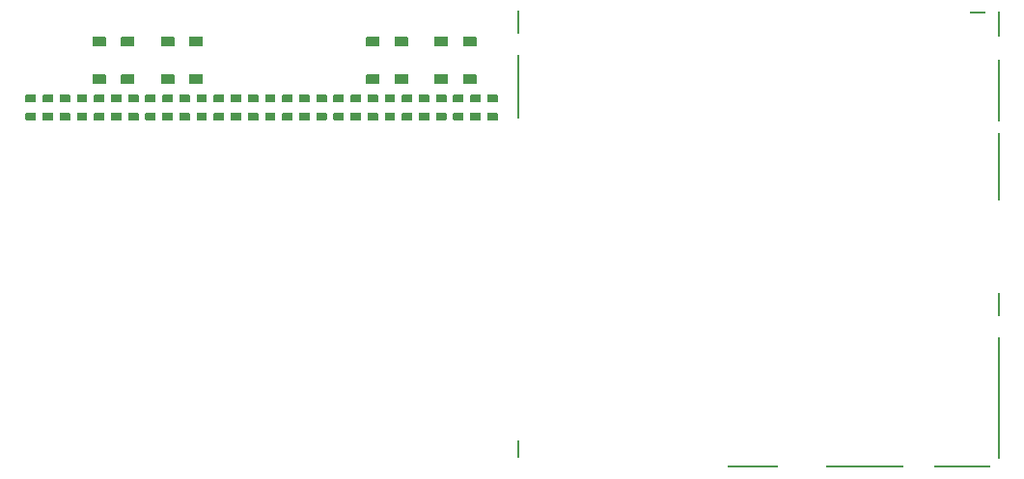
<source format=gbp>
G04 #@! TF.GenerationSoftware,KiCad,Pcbnew,7.0.11-7.0.11~ubuntu22.04.1*
G04 #@! TF.CreationDate,2024-03-26T23:42:08+00:00*
G04 #@! TF.ProjectId,hellen154hyundai,68656c6c-656e-4313-9534-6879756e6461,D*
G04 #@! TF.SameCoordinates,PX5f5e100PYc845880*
G04 #@! TF.FileFunction,Paste,Bot*
G04 #@! TF.FilePolarity,Positive*
%FSLAX46Y46*%
G04 Gerber Fmt 4.6, Leading zero omitted, Abs format (unit mm)*
G04 Created by KiCad (PCBNEW 7.0.11-7.0.11~ubuntu22.04.1) date 2024-03-26 23:42:08*
%MOMM*%
%LPD*%
G01*
G04 APERTURE LIST*
%ADD10R,0.200000X2.300000*%
%ADD11R,0.200000X10.700000*%
%ADD12R,0.200000X2.100000*%
%ADD13R,0.200000X6.000000*%
%ADD14R,0.200000X5.400000*%
%ADD15R,1.400000X0.200000*%
%ADD16R,5.000000X0.200000*%
%ADD17R,6.800000X0.200000*%
%ADD18R,4.500000X0.200000*%
%ADD19R,0.200000X1.600000*%
%ADD20R,0.200000X5.700000*%
%ADD21R,0.200000X2.000000*%
G04 APERTURE END LIST*
D10*
G04 #@! TO.C,M1*
X114492191Y64501268D03*
D11*
X114492189Y31701270D03*
D12*
X114492189Y39901269D03*
D13*
X114492189Y51951268D03*
D14*
X114492189Y58651265D03*
D15*
X112692182Y65551271D03*
D16*
X111292187Y25651270D03*
D17*
X102792184Y25651270D03*
D18*
X92942181Y25651270D03*
D19*
X72392186Y27151269D03*
D20*
X72392186Y59001272D03*
D21*
X72392186Y64651265D03*
G04 #@! TD*
G04 #@! TO.C,R91*
G36*
G01*
X69705000Y58325000D02*
X70485000Y58325000D01*
G75*
G02*
X70555000Y58255000I0J-70000D01*
G01*
X70555000Y57695000D01*
G75*
G02*
X70485000Y57625000I-70000J0D01*
G01*
X69705000Y57625000D01*
G75*
G02*
X69635000Y57695000I0J70000D01*
G01*
X69635000Y58255000D01*
G75*
G02*
X69705000Y58325000I70000J0D01*
G01*
G37*
G36*
G01*
X69705000Y56725000D02*
X70485000Y56725000D01*
G75*
G02*
X70555000Y56655000I0J-70000D01*
G01*
X70555000Y56095000D01*
G75*
G02*
X70485000Y56025000I-70000J0D01*
G01*
X69705000Y56025000D01*
G75*
G02*
X69635000Y56095000I0J70000D01*
G01*
X69635000Y56655000D01*
G75*
G02*
X69705000Y56725000I70000J0D01*
G01*
G37*
G04 #@! TD*
G04 #@! TO.C,R81*
G36*
G01*
X48705000Y58325000D02*
X49485000Y58325000D01*
G75*
G02*
X49555000Y58255000I0J-70000D01*
G01*
X49555000Y57695000D01*
G75*
G02*
X49485000Y57625000I-70000J0D01*
G01*
X48705000Y57625000D01*
G75*
G02*
X48635000Y57695000I0J70000D01*
G01*
X48635000Y58255000D01*
G75*
G02*
X48705000Y58325000I70000J0D01*
G01*
G37*
G36*
G01*
X48705000Y56725000D02*
X49485000Y56725000D01*
G75*
G02*
X49555000Y56655000I0J-70000D01*
G01*
X49555000Y56095000D01*
G75*
G02*
X49485000Y56025000I-70000J0D01*
G01*
X48705000Y56025000D01*
G75*
G02*
X48635000Y56095000I0J70000D01*
G01*
X48635000Y56655000D01*
G75*
G02*
X48705000Y56725000I70000J0D01*
G01*
G37*
G04 #@! TD*
G04 #@! TO.C,R48*
G36*
G01*
X35200000Y58325000D02*
X35980000Y58325000D01*
G75*
G02*
X36050000Y58255000I0J-70000D01*
G01*
X36050000Y57695000D01*
G75*
G02*
X35980000Y57625000I-70000J0D01*
G01*
X35200000Y57625000D01*
G75*
G02*
X35130000Y57695000I0J70000D01*
G01*
X35130000Y58255000D01*
G75*
G02*
X35200000Y58325000I70000J0D01*
G01*
G37*
G36*
G01*
X35200000Y56725000D02*
X35980000Y56725000D01*
G75*
G02*
X36050000Y56655000I0J-70000D01*
G01*
X36050000Y56095000D01*
G75*
G02*
X35980000Y56025000I-70000J0D01*
G01*
X35200000Y56025000D01*
G75*
G02*
X35130000Y56095000I0J70000D01*
G01*
X35130000Y56655000D01*
G75*
G02*
X35200000Y56725000I70000J0D01*
G01*
G37*
G04 #@! TD*
G04 #@! TO.C,R74*
G36*
G01*
X39700000Y58325000D02*
X40480000Y58325000D01*
G75*
G02*
X40550000Y58255000I0J-70000D01*
G01*
X40550000Y57695000D01*
G75*
G02*
X40480000Y57625000I-70000J0D01*
G01*
X39700000Y57625000D01*
G75*
G02*
X39630000Y57695000I0J70000D01*
G01*
X39630000Y58255000D01*
G75*
G02*
X39700000Y58325000I70000J0D01*
G01*
G37*
G36*
G01*
X39700000Y56725000D02*
X40480000Y56725000D01*
G75*
G02*
X40550000Y56655000I0J-70000D01*
G01*
X40550000Y56095000D01*
G75*
G02*
X40480000Y56025000I-70000J0D01*
G01*
X39700000Y56025000D01*
G75*
G02*
X39630000Y56095000I0J70000D01*
G01*
X39630000Y56655000D01*
G75*
G02*
X39700000Y56725000I70000J0D01*
G01*
G37*
G04 #@! TD*
G04 #@! TO.C,R26*
G36*
G01*
X29200000Y58325000D02*
X29980000Y58325000D01*
G75*
G02*
X30050000Y58255000I0J-70000D01*
G01*
X30050000Y57695000D01*
G75*
G02*
X29980000Y57625000I-70000J0D01*
G01*
X29200000Y57625000D01*
G75*
G02*
X29130000Y57695000I0J70000D01*
G01*
X29130000Y58255000D01*
G75*
G02*
X29200000Y58325000I70000J0D01*
G01*
G37*
G36*
G01*
X29200000Y56725000D02*
X29980000Y56725000D01*
G75*
G02*
X30050000Y56655000I0J-70000D01*
G01*
X30050000Y56095000D01*
G75*
G02*
X29980000Y56025000I-70000J0D01*
G01*
X29200000Y56025000D01*
G75*
G02*
X29130000Y56095000I0J70000D01*
G01*
X29130000Y56655000D01*
G75*
G02*
X29200000Y56725000I70000J0D01*
G01*
G37*
G04 #@! TD*
G04 #@! TO.C,R80*
G36*
G01*
X51705000Y58325000D02*
X52485000Y58325000D01*
G75*
G02*
X52555000Y58255000I0J-70000D01*
G01*
X52555000Y57695000D01*
G75*
G02*
X52485000Y57625000I-70000J0D01*
G01*
X51705000Y57625000D01*
G75*
G02*
X51635000Y57695000I0J70000D01*
G01*
X51635000Y58255000D01*
G75*
G02*
X51705000Y58325000I70000J0D01*
G01*
G37*
G36*
G01*
X51705000Y56725000D02*
X52485000Y56725000D01*
G75*
G02*
X52555000Y56655000I0J-70000D01*
G01*
X52555000Y56095000D01*
G75*
G02*
X52485000Y56025000I-70000J0D01*
G01*
X51705000Y56025000D01*
G75*
G02*
X51635000Y56095000I0J70000D01*
G01*
X51635000Y56655000D01*
G75*
G02*
X51705000Y56725000I70000J0D01*
G01*
G37*
G04 #@! TD*
G04 #@! TO.C,D4*
G36*
G01*
X60105000Y59225000D02*
X59085000Y59225000D01*
G75*
G02*
X58995000Y59315000I0J90000D01*
G01*
X58995000Y60035000D01*
G75*
G02*
X59085000Y60125000I90000J0D01*
G01*
X60105000Y60125000D01*
G75*
G02*
X60195000Y60035000I0J-90000D01*
G01*
X60195000Y59315000D01*
G75*
G02*
X60105000Y59225000I-90000J0D01*
G01*
G37*
G36*
G01*
X60105000Y62525000D02*
X59085000Y62525000D01*
G75*
G02*
X58995000Y62615000I0J90000D01*
G01*
X58995000Y63335000D01*
G75*
G02*
X59085000Y63425000I90000J0D01*
G01*
X60105000Y63425000D01*
G75*
G02*
X60195000Y63335000I0J-90000D01*
G01*
X60195000Y62615000D01*
G75*
G02*
X60105000Y62525000I-90000J0D01*
G01*
G37*
G04 #@! TD*
G04 #@! TO.C,R93*
G36*
G01*
X66705000Y58325000D02*
X67485000Y58325000D01*
G75*
G02*
X67555000Y58255000I0J-70000D01*
G01*
X67555000Y57695000D01*
G75*
G02*
X67485000Y57625000I-70000J0D01*
G01*
X66705000Y57625000D01*
G75*
G02*
X66635000Y57695000I0J70000D01*
G01*
X66635000Y58255000D01*
G75*
G02*
X66705000Y58325000I70000J0D01*
G01*
G37*
G36*
G01*
X66705000Y56725000D02*
X67485000Y56725000D01*
G75*
G02*
X67555000Y56655000I0J-70000D01*
G01*
X67555000Y56095000D01*
G75*
G02*
X67485000Y56025000I-70000J0D01*
G01*
X66705000Y56025000D01*
G75*
G02*
X66635000Y56095000I0J70000D01*
G01*
X66635000Y56655000D01*
G75*
G02*
X66705000Y56725000I70000J0D01*
G01*
G37*
G04 #@! TD*
G04 #@! TO.C,R92*
G36*
G01*
X60705000Y58325000D02*
X61485000Y58325000D01*
G75*
G02*
X61555000Y58255000I0J-70000D01*
G01*
X61555000Y57695000D01*
G75*
G02*
X61485000Y57625000I-70000J0D01*
G01*
X60705000Y57625000D01*
G75*
G02*
X60635000Y57695000I0J70000D01*
G01*
X60635000Y58255000D01*
G75*
G02*
X60705000Y58325000I70000J0D01*
G01*
G37*
G36*
G01*
X60705000Y56725000D02*
X61485000Y56725000D01*
G75*
G02*
X61555000Y56655000I0J-70000D01*
G01*
X61555000Y56095000D01*
G75*
G02*
X61485000Y56025000I-70000J0D01*
G01*
X60705000Y56025000D01*
G75*
G02*
X60635000Y56095000I0J70000D01*
G01*
X60635000Y56655000D01*
G75*
G02*
X60705000Y56725000I70000J0D01*
G01*
G37*
G04 #@! TD*
G04 #@! TO.C,D25*
G36*
G01*
X62605000Y59225000D02*
X61585000Y59225000D01*
G75*
G02*
X61495000Y59315000I0J90000D01*
G01*
X61495000Y60035000D01*
G75*
G02*
X61585000Y60125000I90000J0D01*
G01*
X62605000Y60125000D01*
G75*
G02*
X62695000Y60035000I0J-90000D01*
G01*
X62695000Y59315000D01*
G75*
G02*
X62605000Y59225000I-90000J0D01*
G01*
G37*
G36*
G01*
X62605000Y62525000D02*
X61585000Y62525000D01*
G75*
G02*
X61495000Y62615000I0J90000D01*
G01*
X61495000Y63335000D01*
G75*
G02*
X61585000Y63425000I90000J0D01*
G01*
X62605000Y63425000D01*
G75*
G02*
X62695000Y63335000I0J-90000D01*
G01*
X62695000Y62615000D01*
G75*
G02*
X62605000Y62525000I-90000J0D01*
G01*
G37*
G04 #@! TD*
G04 #@! TO.C,R49*
G36*
G01*
X38200000Y58325000D02*
X38980000Y58325000D01*
G75*
G02*
X39050000Y58255000I0J-70000D01*
G01*
X39050000Y57695000D01*
G75*
G02*
X38980000Y57625000I-70000J0D01*
G01*
X38200000Y57625000D01*
G75*
G02*
X38130000Y57695000I0J70000D01*
G01*
X38130000Y58255000D01*
G75*
G02*
X38200000Y58325000I70000J0D01*
G01*
G37*
G36*
G01*
X38200000Y56725000D02*
X38980000Y56725000D01*
G75*
G02*
X39050000Y56655000I0J-70000D01*
G01*
X39050000Y56095000D01*
G75*
G02*
X38980000Y56025000I-70000J0D01*
G01*
X38200000Y56025000D01*
G75*
G02*
X38130000Y56095000I0J70000D01*
G01*
X38130000Y56655000D01*
G75*
G02*
X38200000Y56725000I70000J0D01*
G01*
G37*
G04 #@! TD*
G04 #@! TO.C,R70*
G36*
G01*
X57705000Y58325000D02*
X58485000Y58325000D01*
G75*
G02*
X58555000Y58255000I0J-70000D01*
G01*
X58555000Y57695000D01*
G75*
G02*
X58485000Y57625000I-70000J0D01*
G01*
X57705000Y57625000D01*
G75*
G02*
X57635000Y57695000I0J70000D01*
G01*
X57635000Y58255000D01*
G75*
G02*
X57705000Y58325000I70000J0D01*
G01*
G37*
G36*
G01*
X57705000Y56725000D02*
X58485000Y56725000D01*
G75*
G02*
X58555000Y56655000I0J-70000D01*
G01*
X58555000Y56095000D01*
G75*
G02*
X58485000Y56025000I-70000J0D01*
G01*
X57705000Y56025000D01*
G75*
G02*
X57635000Y56095000I0J70000D01*
G01*
X57635000Y56655000D01*
G75*
G02*
X57705000Y56725000I70000J0D01*
G01*
G37*
G04 #@! TD*
G04 #@! TO.C,D39*
G36*
G01*
X42100000Y59225000D02*
X41080000Y59225000D01*
G75*
G02*
X40990000Y59315000I0J90000D01*
G01*
X40990000Y60035000D01*
G75*
G02*
X41080000Y60125000I90000J0D01*
G01*
X42100000Y60125000D01*
G75*
G02*
X42190000Y60035000I0J-90000D01*
G01*
X42190000Y59315000D01*
G75*
G02*
X42100000Y59225000I-90000J0D01*
G01*
G37*
G36*
G01*
X42100000Y62525000D02*
X41080000Y62525000D01*
G75*
G02*
X40990000Y62615000I0J90000D01*
G01*
X40990000Y63335000D01*
G75*
G02*
X41080000Y63425000I90000J0D01*
G01*
X42100000Y63425000D01*
G75*
G02*
X42190000Y63335000I0J-90000D01*
G01*
X42190000Y62615000D01*
G75*
G02*
X42100000Y62525000I-90000J0D01*
G01*
G37*
G04 #@! TD*
G04 #@! TO.C,R87*
G36*
G01*
X62205000Y58325000D02*
X62985000Y58325000D01*
G75*
G02*
X63055000Y58255000I0J-70000D01*
G01*
X63055000Y57695000D01*
G75*
G02*
X62985000Y57625000I-70000J0D01*
G01*
X62205000Y57625000D01*
G75*
G02*
X62135000Y57695000I0J70000D01*
G01*
X62135000Y58255000D01*
G75*
G02*
X62205000Y58325000I70000J0D01*
G01*
G37*
G36*
G01*
X62205000Y56725000D02*
X62985000Y56725000D01*
G75*
G02*
X63055000Y56655000I0J-70000D01*
G01*
X63055000Y56095000D01*
G75*
G02*
X62985000Y56025000I-70000J0D01*
G01*
X62205000Y56025000D01*
G75*
G02*
X62135000Y56095000I0J70000D01*
G01*
X62135000Y56655000D01*
G75*
G02*
X62205000Y56725000I70000J0D01*
G01*
G37*
G04 #@! TD*
G04 #@! TO.C,R69*
G36*
G01*
X33700000Y58325000D02*
X34480000Y58325000D01*
G75*
G02*
X34550000Y58255000I0J-70000D01*
G01*
X34550000Y57695000D01*
G75*
G02*
X34480000Y57625000I-70000J0D01*
G01*
X33700000Y57625000D01*
G75*
G02*
X33630000Y57695000I0J70000D01*
G01*
X33630000Y58255000D01*
G75*
G02*
X33700000Y58325000I70000J0D01*
G01*
G37*
G36*
G01*
X33700000Y56725000D02*
X34480000Y56725000D01*
G75*
G02*
X34550000Y56655000I0J-70000D01*
G01*
X34550000Y56095000D01*
G75*
G02*
X34480000Y56025000I-70000J0D01*
G01*
X33700000Y56025000D01*
G75*
G02*
X33630000Y56095000I0J70000D01*
G01*
X33630000Y56655000D01*
G75*
G02*
X33700000Y56725000I70000J0D01*
G01*
G37*
G04 #@! TD*
G04 #@! TO.C,D44*
G36*
G01*
X38600000Y59225000D02*
X37580000Y59225000D01*
G75*
G02*
X37490000Y59315000I0J90000D01*
G01*
X37490000Y60035000D01*
G75*
G02*
X37580000Y60125000I90000J0D01*
G01*
X38600000Y60125000D01*
G75*
G02*
X38690000Y60035000I0J-90000D01*
G01*
X38690000Y59315000D01*
G75*
G02*
X38600000Y59225000I-90000J0D01*
G01*
G37*
G36*
G01*
X38600000Y62525000D02*
X37580000Y62525000D01*
G75*
G02*
X37490000Y62615000I0J90000D01*
G01*
X37490000Y63335000D01*
G75*
G02*
X37580000Y63425000I90000J0D01*
G01*
X38600000Y63425000D01*
G75*
G02*
X38690000Y63335000I0J-90000D01*
G01*
X38690000Y62615000D01*
G75*
G02*
X38600000Y62525000I-90000J0D01*
G01*
G37*
G04 #@! TD*
G04 #@! TO.C,R33*
G36*
G01*
X53205000Y58325000D02*
X53985000Y58325000D01*
G75*
G02*
X54055000Y58255000I0J-70000D01*
G01*
X54055000Y57695000D01*
G75*
G02*
X53985000Y57625000I-70000J0D01*
G01*
X53205000Y57625000D01*
G75*
G02*
X53135000Y57695000I0J70000D01*
G01*
X53135000Y58255000D01*
G75*
G02*
X53205000Y58325000I70000J0D01*
G01*
G37*
G36*
G01*
X53205000Y56725000D02*
X53985000Y56725000D01*
G75*
G02*
X54055000Y56655000I0J-70000D01*
G01*
X54055000Y56095000D01*
G75*
G02*
X53985000Y56025000I-70000J0D01*
G01*
X53205000Y56025000D01*
G75*
G02*
X53135000Y56095000I0J70000D01*
G01*
X53135000Y56655000D01*
G75*
G02*
X53205000Y56725000I70000J0D01*
G01*
G37*
G04 #@! TD*
G04 #@! TO.C,R89*
G36*
G01*
X68205000Y58325000D02*
X68985000Y58325000D01*
G75*
G02*
X69055000Y58255000I0J-70000D01*
G01*
X69055000Y57695000D01*
G75*
G02*
X68985000Y57625000I-70000J0D01*
G01*
X68205000Y57625000D01*
G75*
G02*
X68135000Y57695000I0J70000D01*
G01*
X68135000Y58255000D01*
G75*
G02*
X68205000Y58325000I70000J0D01*
G01*
G37*
G36*
G01*
X68205000Y56725000D02*
X68985000Y56725000D01*
G75*
G02*
X69055000Y56655000I0J-70000D01*
G01*
X69055000Y56095000D01*
G75*
G02*
X68985000Y56025000I-70000J0D01*
G01*
X68205000Y56025000D01*
G75*
G02*
X68135000Y56095000I0J70000D01*
G01*
X68135000Y56655000D01*
G75*
G02*
X68205000Y56725000I70000J0D01*
G01*
G37*
G04 #@! TD*
G04 #@! TO.C,R73*
G36*
G01*
X45700000Y58325000D02*
X46480000Y58325000D01*
G75*
G02*
X46550000Y58255000I0J-70000D01*
G01*
X46550000Y57695000D01*
G75*
G02*
X46480000Y57625000I-70000J0D01*
G01*
X45700000Y57625000D01*
G75*
G02*
X45630000Y57695000I0J70000D01*
G01*
X45630000Y58255000D01*
G75*
G02*
X45700000Y58325000I70000J0D01*
G01*
G37*
G36*
G01*
X45700000Y56725000D02*
X46480000Y56725000D01*
G75*
G02*
X46550000Y56655000I0J-70000D01*
G01*
X46550000Y56095000D01*
G75*
G02*
X46480000Y56025000I-70000J0D01*
G01*
X45700000Y56025000D01*
G75*
G02*
X45630000Y56095000I0J70000D01*
G01*
X45630000Y56655000D01*
G75*
G02*
X45700000Y56725000I70000J0D01*
G01*
G37*
G04 #@! TD*
G04 #@! TO.C,D31*
G36*
G01*
X66105000Y59225000D02*
X65085000Y59225000D01*
G75*
G02*
X64995000Y59315000I0J90000D01*
G01*
X64995000Y60035000D01*
G75*
G02*
X65085000Y60125000I90000J0D01*
G01*
X66105000Y60125000D01*
G75*
G02*
X66195000Y60035000I0J-90000D01*
G01*
X66195000Y59315000D01*
G75*
G02*
X66105000Y59225000I-90000J0D01*
G01*
G37*
G36*
G01*
X66105000Y62525000D02*
X65085000Y62525000D01*
G75*
G02*
X64995000Y62615000I0J90000D01*
G01*
X64995000Y63335000D01*
G75*
G02*
X65085000Y63425000I90000J0D01*
G01*
X66105000Y63425000D01*
G75*
G02*
X66195000Y63335000I0J-90000D01*
G01*
X66195000Y62615000D01*
G75*
G02*
X66105000Y62525000I-90000J0D01*
G01*
G37*
G04 #@! TD*
G04 #@! TO.C,D41*
G36*
G01*
X36100000Y59225000D02*
X35080000Y59225000D01*
G75*
G02*
X34990000Y59315000I0J90000D01*
G01*
X34990000Y60035000D01*
G75*
G02*
X35080000Y60125000I90000J0D01*
G01*
X36100000Y60125000D01*
G75*
G02*
X36190000Y60035000I0J-90000D01*
G01*
X36190000Y59315000D01*
G75*
G02*
X36100000Y59225000I-90000J0D01*
G01*
G37*
G36*
G01*
X36100000Y62525000D02*
X35080000Y62525000D01*
G75*
G02*
X34990000Y62615000I0J90000D01*
G01*
X34990000Y63335000D01*
G75*
G02*
X35080000Y63425000I90000J0D01*
G01*
X36100000Y63425000D01*
G75*
G02*
X36190000Y63335000I0J-90000D01*
G01*
X36190000Y62615000D01*
G75*
G02*
X36100000Y62525000I-90000J0D01*
G01*
G37*
G04 #@! TD*
G04 #@! TO.C,R77*
G36*
G01*
X36700000Y58325000D02*
X37480000Y58325000D01*
G75*
G02*
X37550000Y58255000I0J-70000D01*
G01*
X37550000Y57695000D01*
G75*
G02*
X37480000Y57625000I-70000J0D01*
G01*
X36700000Y57625000D01*
G75*
G02*
X36630000Y57695000I0J70000D01*
G01*
X36630000Y58255000D01*
G75*
G02*
X36700000Y58325000I70000J0D01*
G01*
G37*
G36*
G01*
X36700000Y56725000D02*
X37480000Y56725000D01*
G75*
G02*
X37550000Y56655000I0J-70000D01*
G01*
X37550000Y56095000D01*
G75*
G02*
X37480000Y56025000I-70000J0D01*
G01*
X36700000Y56025000D01*
G75*
G02*
X36630000Y56095000I0J70000D01*
G01*
X36630000Y56655000D01*
G75*
G02*
X36700000Y56725000I70000J0D01*
G01*
G37*
G04 #@! TD*
G04 #@! TO.C,R42*
G36*
G01*
X44200000Y58325000D02*
X44980000Y58325000D01*
G75*
G02*
X45050000Y58255000I0J-70000D01*
G01*
X45050000Y57695000D01*
G75*
G02*
X44980000Y57625000I-70000J0D01*
G01*
X44200000Y57625000D01*
G75*
G02*
X44130000Y57695000I0J70000D01*
G01*
X44130000Y58255000D01*
G75*
G02*
X44200000Y58325000I70000J0D01*
G01*
G37*
G36*
G01*
X44200000Y56725000D02*
X44980000Y56725000D01*
G75*
G02*
X45050000Y56655000I0J-70000D01*
G01*
X45050000Y56095000D01*
G75*
G02*
X44980000Y56025000I-70000J0D01*
G01*
X44200000Y56025000D01*
G75*
G02*
X44130000Y56095000I0J70000D01*
G01*
X44130000Y56655000D01*
G75*
G02*
X44200000Y56725000I70000J0D01*
G01*
G37*
G04 #@! TD*
G04 #@! TO.C,R75*
G36*
G01*
X42700000Y58325000D02*
X43480000Y58325000D01*
G75*
G02*
X43550000Y58255000I0J-70000D01*
G01*
X43550000Y57695000D01*
G75*
G02*
X43480000Y57625000I-70000J0D01*
G01*
X42700000Y57625000D01*
G75*
G02*
X42630000Y57695000I0J70000D01*
G01*
X42630000Y58255000D01*
G75*
G02*
X42700000Y58325000I70000J0D01*
G01*
G37*
G36*
G01*
X42700000Y56725000D02*
X43480000Y56725000D01*
G75*
G02*
X43550000Y56655000I0J-70000D01*
G01*
X43550000Y56095000D01*
G75*
G02*
X43480000Y56025000I-70000J0D01*
G01*
X42700000Y56025000D01*
G75*
G02*
X42630000Y56095000I0J70000D01*
G01*
X42630000Y56655000D01*
G75*
G02*
X42700000Y56725000I70000J0D01*
G01*
G37*
G04 #@! TD*
G04 #@! TO.C,R72*
G36*
G01*
X54705000Y58325000D02*
X55485000Y58325000D01*
G75*
G02*
X55555000Y58255000I0J-70000D01*
G01*
X55555000Y57695000D01*
G75*
G02*
X55485000Y57625000I-70000J0D01*
G01*
X54705000Y57625000D01*
G75*
G02*
X54635000Y57695000I0J70000D01*
G01*
X54635000Y58255000D01*
G75*
G02*
X54705000Y58325000I70000J0D01*
G01*
G37*
G36*
G01*
X54705000Y56725000D02*
X55485000Y56725000D01*
G75*
G02*
X55555000Y56655000I0J-70000D01*
G01*
X55555000Y56095000D01*
G75*
G02*
X55485000Y56025000I-70000J0D01*
G01*
X54705000Y56025000D01*
G75*
G02*
X54635000Y56095000I0J70000D01*
G01*
X54635000Y56655000D01*
G75*
G02*
X54705000Y56725000I70000J0D01*
G01*
G37*
G04 #@! TD*
G04 #@! TO.C,R79*
G36*
G01*
X50205000Y58325000D02*
X50985000Y58325000D01*
G75*
G02*
X51055000Y58255000I0J-70000D01*
G01*
X51055000Y57695000D01*
G75*
G02*
X50985000Y57625000I-70000J0D01*
G01*
X50205000Y57625000D01*
G75*
G02*
X50135000Y57695000I0J70000D01*
G01*
X50135000Y58255000D01*
G75*
G02*
X50205000Y58325000I70000J0D01*
G01*
G37*
G36*
G01*
X50205000Y56725000D02*
X50985000Y56725000D01*
G75*
G02*
X51055000Y56655000I0J-70000D01*
G01*
X51055000Y56095000D01*
G75*
G02*
X50985000Y56025000I-70000J0D01*
G01*
X50205000Y56025000D01*
G75*
G02*
X50135000Y56095000I0J70000D01*
G01*
X50135000Y56655000D01*
G75*
G02*
X50205000Y56725000I70000J0D01*
G01*
G37*
G04 #@! TD*
G04 #@! TO.C,R37*
G36*
G01*
X56205000Y58325000D02*
X56985000Y58325000D01*
G75*
G02*
X57055000Y58255000I0J-70000D01*
G01*
X57055000Y57695000D01*
G75*
G02*
X56985000Y57625000I-70000J0D01*
G01*
X56205000Y57625000D01*
G75*
G02*
X56135000Y57695000I0J70000D01*
G01*
X56135000Y58255000D01*
G75*
G02*
X56205000Y58325000I70000J0D01*
G01*
G37*
G36*
G01*
X56205000Y56725000D02*
X56985000Y56725000D01*
G75*
G02*
X57055000Y56655000I0J-70000D01*
G01*
X57055000Y56095000D01*
G75*
G02*
X56985000Y56025000I-70000J0D01*
G01*
X56205000Y56025000D01*
G75*
G02*
X56135000Y56095000I0J70000D01*
G01*
X56135000Y56655000D01*
G75*
G02*
X56205000Y56725000I70000J0D01*
G01*
G37*
G04 #@! TD*
G04 #@! TO.C,D40*
G36*
G01*
X44600000Y59225000D02*
X43580000Y59225000D01*
G75*
G02*
X43490000Y59315000I0J90000D01*
G01*
X43490000Y60035000D01*
G75*
G02*
X43580000Y60125000I90000J0D01*
G01*
X44600000Y60125000D01*
G75*
G02*
X44690000Y60035000I0J-90000D01*
G01*
X44690000Y59315000D01*
G75*
G02*
X44600000Y59225000I-90000J0D01*
G01*
G37*
G36*
G01*
X44600000Y62525000D02*
X43580000Y62525000D01*
G75*
G02*
X43490000Y62615000I0J90000D01*
G01*
X43490000Y63335000D01*
G75*
G02*
X43580000Y63425000I90000J0D01*
G01*
X44600000Y63425000D01*
G75*
G02*
X44690000Y63335000I0J-90000D01*
G01*
X44690000Y62615000D01*
G75*
G02*
X44600000Y62525000I-90000J0D01*
G01*
G37*
G04 #@! TD*
G04 #@! TO.C,R31*
G36*
G01*
X32200000Y58325000D02*
X32980000Y58325000D01*
G75*
G02*
X33050000Y58255000I0J-70000D01*
G01*
X33050000Y57695000D01*
G75*
G02*
X32980000Y57625000I-70000J0D01*
G01*
X32200000Y57625000D01*
G75*
G02*
X32130000Y57695000I0J70000D01*
G01*
X32130000Y58255000D01*
G75*
G02*
X32200000Y58325000I70000J0D01*
G01*
G37*
G36*
G01*
X32200000Y56725000D02*
X32980000Y56725000D01*
G75*
G02*
X33050000Y56655000I0J-70000D01*
G01*
X33050000Y56095000D01*
G75*
G02*
X32980000Y56025000I-70000J0D01*
G01*
X32200000Y56025000D01*
G75*
G02*
X32130000Y56095000I0J70000D01*
G01*
X32130000Y56655000D01*
G75*
G02*
X32200000Y56725000I70000J0D01*
G01*
G37*
G04 #@! TD*
G04 #@! TO.C,R41*
G36*
G01*
X41200000Y58325000D02*
X41980000Y58325000D01*
G75*
G02*
X42050000Y58255000I0J-70000D01*
G01*
X42050000Y57695000D01*
G75*
G02*
X41980000Y57625000I-70000J0D01*
G01*
X41200000Y57625000D01*
G75*
G02*
X41130000Y57695000I0J70000D01*
G01*
X41130000Y58255000D01*
G75*
G02*
X41200000Y58325000I70000J0D01*
G01*
G37*
G36*
G01*
X41200000Y56725000D02*
X41980000Y56725000D01*
G75*
G02*
X42050000Y56655000I0J-70000D01*
G01*
X42050000Y56095000D01*
G75*
G02*
X41980000Y56025000I-70000J0D01*
G01*
X41200000Y56025000D01*
G75*
G02*
X41130000Y56095000I0J70000D01*
G01*
X41130000Y56655000D01*
G75*
G02*
X41200000Y56725000I70000J0D01*
G01*
G37*
G04 #@! TD*
G04 #@! TO.C,R71*
G36*
G01*
X30700000Y58325000D02*
X31480000Y58325000D01*
G75*
G02*
X31550000Y58255000I0J-70000D01*
G01*
X31550000Y57695000D01*
G75*
G02*
X31480000Y57625000I-70000J0D01*
G01*
X30700000Y57625000D01*
G75*
G02*
X30630000Y57695000I0J70000D01*
G01*
X30630000Y58255000D01*
G75*
G02*
X30700000Y58325000I70000J0D01*
G01*
G37*
G36*
G01*
X30700000Y56725000D02*
X31480000Y56725000D01*
G75*
G02*
X31550000Y56655000I0J-70000D01*
G01*
X31550000Y56095000D01*
G75*
G02*
X31480000Y56025000I-70000J0D01*
G01*
X30700000Y56025000D01*
G75*
G02*
X30630000Y56095000I0J70000D01*
G01*
X30630000Y56655000D01*
G75*
G02*
X30700000Y56725000I70000J0D01*
G01*
G37*
G04 #@! TD*
G04 #@! TO.C,D32*
G36*
G01*
X68605000Y59225000D02*
X67585000Y59225000D01*
G75*
G02*
X67495000Y59315000I0J90000D01*
G01*
X67495000Y60035000D01*
G75*
G02*
X67585000Y60125000I90000J0D01*
G01*
X68605000Y60125000D01*
G75*
G02*
X68695000Y60035000I0J-90000D01*
G01*
X68695000Y59315000D01*
G75*
G02*
X68605000Y59225000I-90000J0D01*
G01*
G37*
G36*
G01*
X68605000Y62525000D02*
X67585000Y62525000D01*
G75*
G02*
X67495000Y62615000I0J90000D01*
G01*
X67495000Y63335000D01*
G75*
G02*
X67585000Y63425000I90000J0D01*
G01*
X68605000Y63425000D01*
G75*
G02*
X68695000Y63335000I0J-90000D01*
G01*
X68695000Y62615000D01*
G75*
G02*
X68605000Y62525000I-90000J0D01*
G01*
G37*
G04 #@! TD*
G04 #@! TO.C,R90*
G36*
G01*
X63705000Y58325000D02*
X64485000Y58325000D01*
G75*
G02*
X64555000Y58255000I0J-70000D01*
G01*
X64555000Y57695000D01*
G75*
G02*
X64485000Y57625000I-70000J0D01*
G01*
X63705000Y57625000D01*
G75*
G02*
X63635000Y57695000I0J70000D01*
G01*
X63635000Y58255000D01*
G75*
G02*
X63705000Y58325000I70000J0D01*
G01*
G37*
G36*
G01*
X63705000Y56725000D02*
X64485000Y56725000D01*
G75*
G02*
X64555000Y56655000I0J-70000D01*
G01*
X64555000Y56095000D01*
G75*
G02*
X64485000Y56025000I-70000J0D01*
G01*
X63705000Y56025000D01*
G75*
G02*
X63635000Y56095000I0J70000D01*
G01*
X63635000Y56655000D01*
G75*
G02*
X63705000Y56725000I70000J0D01*
G01*
G37*
G04 #@! TD*
G04 #@! TO.C,R78*
G36*
G01*
X47205000Y58325000D02*
X47985000Y58325000D01*
G75*
G02*
X48055000Y58255000I0J-70000D01*
G01*
X48055000Y57695000D01*
G75*
G02*
X47985000Y57625000I-70000J0D01*
G01*
X47205000Y57625000D01*
G75*
G02*
X47135000Y57695000I0J70000D01*
G01*
X47135000Y58255000D01*
G75*
G02*
X47205000Y58325000I70000J0D01*
G01*
G37*
G36*
G01*
X47205000Y56725000D02*
X47985000Y56725000D01*
G75*
G02*
X48055000Y56655000I0J-70000D01*
G01*
X48055000Y56095000D01*
G75*
G02*
X47985000Y56025000I-70000J0D01*
G01*
X47205000Y56025000D01*
G75*
G02*
X47135000Y56095000I0J70000D01*
G01*
X47135000Y56655000D01*
G75*
G02*
X47205000Y56725000I70000J0D01*
G01*
G37*
G04 #@! TD*
G04 #@! TO.C,R88*
G36*
G01*
X65205000Y58325000D02*
X65985000Y58325000D01*
G75*
G02*
X66055000Y58255000I0J-70000D01*
G01*
X66055000Y57695000D01*
G75*
G02*
X65985000Y57625000I-70000J0D01*
G01*
X65205000Y57625000D01*
G75*
G02*
X65135000Y57695000I0J70000D01*
G01*
X65135000Y58255000D01*
G75*
G02*
X65205000Y58325000I70000J0D01*
G01*
G37*
G36*
G01*
X65205000Y56725000D02*
X65985000Y56725000D01*
G75*
G02*
X66055000Y56655000I0J-70000D01*
G01*
X66055000Y56095000D01*
G75*
G02*
X65985000Y56025000I-70000J0D01*
G01*
X65205000Y56025000D01*
G75*
G02*
X65135000Y56095000I0J70000D01*
G01*
X65135000Y56655000D01*
G75*
G02*
X65205000Y56725000I70000J0D01*
G01*
G37*
G04 #@! TD*
G04 #@! TO.C,R86*
G36*
G01*
X59205000Y58325000D02*
X59985000Y58325000D01*
G75*
G02*
X60055000Y58255000I0J-70000D01*
G01*
X60055000Y57695000D01*
G75*
G02*
X59985000Y57625000I-70000J0D01*
G01*
X59205000Y57625000D01*
G75*
G02*
X59135000Y57695000I0J70000D01*
G01*
X59135000Y58255000D01*
G75*
G02*
X59205000Y58325000I70000J0D01*
G01*
G37*
G36*
G01*
X59205000Y56725000D02*
X59985000Y56725000D01*
G75*
G02*
X60055000Y56655000I0J-70000D01*
G01*
X60055000Y56095000D01*
G75*
G02*
X59985000Y56025000I-70000J0D01*
G01*
X59205000Y56025000D01*
G75*
G02*
X59135000Y56095000I0J70000D01*
G01*
X59135000Y56655000D01*
G75*
G02*
X59205000Y56725000I70000J0D01*
G01*
G37*
G04 #@! TD*
M02*

</source>
